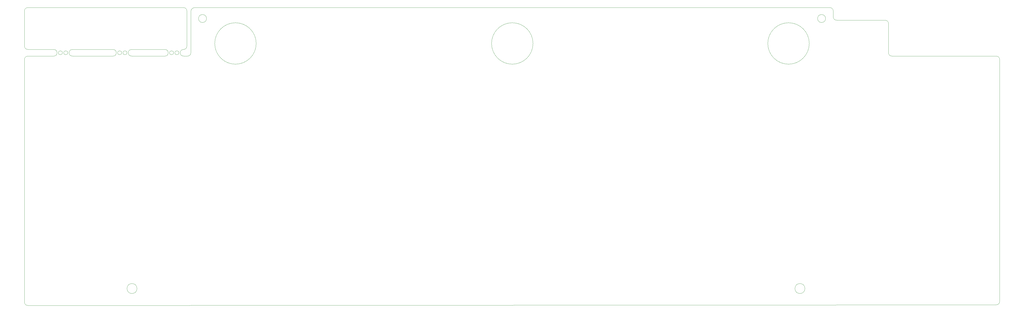
<source format=gm1>
%TF.GenerationSoftware,KiCad,Pcbnew,(5.1.6)-1*%
%TF.CreationDate,2020-05-31T14:59:28+02:00*%
%TF.ProjectId,m0116_usb,6d303131-365f-4757-9362-2e6b69636164,rev?*%
%TF.SameCoordinates,Original*%
%TF.FileFunction,Profile,NP*%
%FSLAX46Y46*%
G04 Gerber Fmt 4.6, Leading zero omitted, Abs format (unit mm)*
G04 Created by KiCad (PCBNEW (5.1.6)-1) date 2020-05-31 14:59:28*
%MOMM*%
%LPD*%
G01*
G04 APERTURE LIST*
%TA.AperFunction,Profile*%
%ADD10C,0.050000*%
%TD*%
G04 APERTURE END LIST*
D10*
X333248000Y-75946000D02*
X333248000Y-73660000D01*
X334518000Y-77216000D02*
G75*
G02*
X333248000Y-75946000I0J1270000D01*
G01*
X353060000Y-77216000D02*
X334518000Y-77216000D01*
X353060000Y-77216000D02*
G75*
G02*
X354330000Y-78486000I0J-1270000D01*
G01*
X354330000Y-89662000D02*
X354330000Y-78486000D01*
X355600000Y-90932000D02*
G75*
G02*
X354330000Y-89662000I0J1270000D01*
G01*
X385572000Y-90932000D02*
X355600000Y-90932000D01*
X385572000Y-90932000D02*
X395478000Y-90932000D01*
X25908000Y-90932000D02*
X35814000Y-90932000D01*
X35814000Y-88392000D02*
X25908000Y-88392000D01*
X42926000Y-90932000D02*
X58420000Y-90932000D01*
X58420000Y-88392000D02*
X42926000Y-88392000D01*
X78232000Y-88392000D02*
X65532000Y-88392000D01*
X65532000Y-90932000D02*
X78232000Y-90932000D01*
X86868000Y-90932000D02*
X85344000Y-90932000D01*
X85344000Y-90932000D02*
G75*
G02*
X85344000Y-88392000I0J1270000D01*
G01*
X83566000Y-89662000D02*
G75*
G03*
X83566000Y-89662000I-762000J0D01*
G01*
X78232000Y-88392000D02*
G75*
G02*
X78232000Y-90932000I0J-1270000D01*
G01*
X81534000Y-89662000D02*
G75*
G03*
X81534000Y-89662000I-762000J0D01*
G01*
X63754000Y-89662000D02*
G75*
G03*
X63754000Y-89662000I-762000J0D01*
G01*
X61722000Y-89662000D02*
G75*
G03*
X61722000Y-89662000I-762000J0D01*
G01*
X65532000Y-90932000D02*
G75*
G02*
X65532000Y-88392000I0J1270000D01*
G01*
X58420000Y-88392000D02*
G75*
G02*
X58420000Y-90932000I0J-1270000D01*
G01*
X41148000Y-89662000D02*
G75*
G03*
X41148000Y-89662000I-762000J0D01*
G01*
X39116000Y-89662000D02*
G75*
G03*
X39116000Y-89662000I-762000J0D01*
G01*
X42926000Y-90932000D02*
G75*
G02*
X42926000Y-88392000I0J1270000D01*
G01*
X35814000Y-88392000D02*
G75*
G02*
X35814000Y-90932000I0J-1270000D01*
G01*
X85344000Y-72390000D02*
G75*
G02*
X86614000Y-73660000I0J-1270000D01*
G01*
X86614000Y-87122000D02*
G75*
G02*
X85344000Y-88392000I-1270000J0D01*
G01*
X25908000Y-88392000D02*
G75*
G02*
X24638000Y-87122000I0J1270000D01*
G01*
X24638000Y-73660000D02*
G75*
G02*
X25908000Y-72390000I1270000J0D01*
G01*
X86614000Y-73660000D02*
X86614000Y-87122000D01*
X25908000Y-72390000D02*
X85344000Y-72390000D01*
X24638000Y-87122000D02*
X24638000Y-73660000D01*
X322453000Y-179705000D02*
G75*
G03*
X322453000Y-179705000I-1907916J0D01*
G01*
X67580983Y-179705000D02*
G75*
G03*
X67580983Y-179705000I-1907916J0D01*
G01*
X330327000Y-76581000D02*
G75*
G03*
X330327000Y-76581000I-1524000J0D01*
G01*
X94107000Y-76581000D02*
G75*
G03*
X94107000Y-76581000I-1524000J0D01*
G01*
X331978000Y-72390000D02*
G75*
G02*
X333248000Y-73660000I0J-1270000D01*
G01*
X395478000Y-90932000D02*
G75*
G02*
X396748000Y-92202000I0J-1270000D01*
G01*
X396748000Y-184658000D02*
G75*
G02*
X395478000Y-185928000I-1270000J0D01*
G01*
X25908000Y-186182000D02*
G75*
G02*
X24638000Y-184912000I0J1270000D01*
G01*
X24638000Y-92202000D02*
G75*
G02*
X25908000Y-90932000I1270000J0D01*
G01*
X88138000Y-89662000D02*
G75*
G02*
X86868000Y-90932000I-1270000J0D01*
G01*
X88138000Y-73914000D02*
G75*
G02*
X89662000Y-72390000I1524000J0D01*
G01*
X324104000Y-86106000D02*
G75*
G03*
X324104000Y-86106000I-7910785J0D01*
G01*
X218694000Y-86106000D02*
G75*
G03*
X218694000Y-86106000I-7910785J0D01*
G01*
X113066785Y-86106000D02*
G75*
G03*
X113066785Y-86106000I-7910785J0D01*
G01*
X24638000Y-184912000D02*
X24638000Y-92202000D01*
X395478000Y-185928000D02*
X25908000Y-186182000D01*
X396748000Y-92202000D02*
X396748000Y-184658000D01*
X89662000Y-72390000D02*
X331978000Y-72390000D01*
X88138000Y-89662000D02*
X88138000Y-73914000D01*
M02*

</source>
